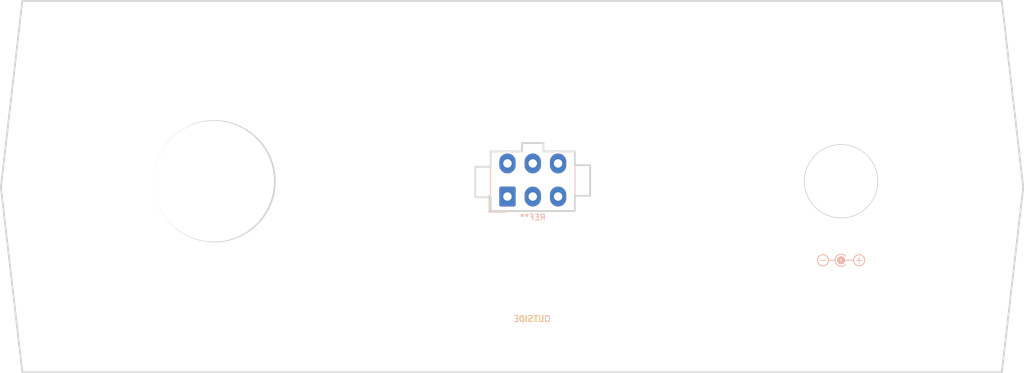
<source format=kicad_pcb>
(kicad_pcb (version 20171130) (host pcbnew 5.1.5-52549c5~86~ubuntu18.04.1)

  (general
    (thickness 1.6)
    (drawings 32)
    (tracks 0)
    (zones 0)
    (modules 4)
    (nets 1)
  )

  (page A4 portrait)
  (layers
    (0 F.Cu signal)
    (31 B.Cu signal)
    (32 B.Adhes user)
    (33 F.Adhes user)
    (34 B.Paste user)
    (35 F.Paste user)
    (36 B.SilkS user)
    (37 F.SilkS user)
    (38 B.Mask user)
    (39 F.Mask user)
    (40 Dwgs.User user)
    (41 Cmts.User user)
    (42 Eco1.User user)
    (43 Eco2.User user)
    (44 Edge.Cuts user)
    (45 Margin user)
    (46 B.CrtYd user)
    (47 F.CrtYd user)
    (48 B.Fab user hide)
    (49 F.Fab user hide)
  )

  (setup
    (last_trace_width 0.25)
    (trace_clearance 0.2)
    (zone_clearance 0.508)
    (zone_45_only no)
    (trace_min 0.2)
    (via_size 0.8)
    (via_drill 0.4)
    (via_min_size 0.4)
    (via_min_drill 0.3)
    (uvia_size 0.3)
    (uvia_drill 0.1)
    (uvias_allowed no)
    (uvia_min_size 0.2)
    (uvia_min_drill 0.1)
    (edge_width 0.05)
    (segment_width 0.2)
    (pcb_text_width 0.3)
    (pcb_text_size 1.5 1.5)
    (mod_edge_width 0.12)
    (mod_text_size 1 1)
    (mod_text_width 0.15)
    (pad_size 12 12)
    (pad_drill 12)
    (pad_to_mask_clearance 0.051)
    (solder_mask_min_width 0.25)
    (aux_axis_origin 0 0)
    (visible_elements FFFFFF7F)
    (pcbplotparams
      (layerselection 0x01000_7ffffffe)
      (usegerberextensions false)
      (usegerberattributes false)
      (usegerberadvancedattributes false)
      (creategerberjobfile false)
      (excludeedgelayer true)
      (linewidth 0.100000)
      (plotframeref false)
      (viasonmask false)
      (mode 1)
      (useauxorigin false)
      (hpglpennumber 1)
      (hpglpenspeed 20)
      (hpglpendiameter 15.000000)
      (psnegative false)
      (psa4output false)
      (plotreference true)
      (plotvalue true)
      (plotinvisibletext false)
      (padsonsilk false)
      (subtractmaskfromsilk false)
      (outputformat 5)
      (mirror false)
      (drillshape 2)
      (scaleselection 1)
      (outputdirectory ""))
  )

  (net 0 "")

  (net_class Default "This is the default net class."
    (clearance 0.2)
    (trace_width 0.25)
    (via_dia 0.8)
    (via_drill 0.4)
    (uvia_dia 0.3)
    (uvia_drill 0.1)
  )

  (module MountingHole:MountingHole_8.4mm_M8 (layer B.Cu) (tedit 5ED42119) (tstamp 5ED453AC)
    (at 160.02 101.6)
    (descr "Mounting Hole 8.4mm, no annular, M8")
    (tags "mounting hole 8.4mm no annular m8")
    (attr virtual)
    (fp_text reference REF** (at 0 9.4) (layer B.SilkS) hide
      (effects (font (size 1 1) (thickness 0.15)) (justify mirror))
    )
    (fp_text value MountingHole_8.4mm_M8 (at 0 -9.4) (layer B.Fab)
      (effects (font (size 1 1) (thickness 0.15)) (justify mirror))
    )
    (fp_circle (center 0 0) (end 8.65 0) (layer B.CrtYd) (width 0.05))
    (fp_circle (center 0 0) (end 8.4 0) (layer Cmts.User) (width 0.15))
    (fp_text user %R (at 0.3 0) (layer B.Fab)
      (effects (font (size 1 1) (thickness 0.15)) (justify mirror))
    )
    (pad "" np_thru_hole circle (at 0 0) (size 12 12) (drill 12) (layers *.Cu *.Mask))
    (model ${KIPRJMOD}/datasheets/dc-jack_5.5x2.1.stp
      (offset (xyz 13 0 -7))
      (scale (xyz 1 1 1))
      (rotate (xyz 70 -152 -25))
    )
  )

  (module MountingHole:MountingHole_8.4mm_M8 (layer B.Cu) (tedit 5ED420B5) (tstamp 5ED4534C)
    (at 55.88 101.6)
    (descr "Mounting Hole 8.4mm, no annular, M8")
    (tags "mounting hole 8.4mm no annular m8")
    (attr virtual)
    (fp_text reference REF** (at 0 15.24) (layer B.SilkS) hide
      (effects (font (size 1 1) (thickness 0.15)) (justify mirror))
    )
    (fp_text value MountingHole_8.4mm_M8 (at 0 -9.4) (layer B.Fab)
      (effects (font (size 1 1) (thickness 0.15)) (justify mirror))
    )
    (fp_circle (center 0 0) (end 8.65 0) (layer B.CrtYd) (width 0.05))
    (fp_circle (center 0 0) (end 8.4 0) (layer Cmts.User) (width 0.15))
    (fp_text user %R (at 0.3 0) (layer B.Fab)
      (effects (font (size 1 1) (thickness 0.15)) (justify mirror))
    )
    (pad "" np_thru_hole circle (at 0 0) (size 20 20) (drill 20) (layers *.Cu *.Mask))
    (model "${KIPRJMOD}/datasheets/19645_Wippschalter 1-polig  250V 12A.STEP"
      (offset (xyz 0 0 -12.5))
      (scale (xyz 1 1 1))
      (rotate (xyz -90 0 0))
    )
  )

  (module Symbol:Symbol_Barrel_Polarity (layer B.Cu) (tedit 5765E9A7) (tstamp 5ED437C3)
    (at 160.02 114.808)
    (descr "Barrel connector polarity indicator")
    (tags "barrel polarity")
    (attr virtual)
    (fp_text reference REF** (at 0 2) (layer B.SilkS) hide
      (effects (font (size 1 1) (thickness 0.15)) (justify mirror))
    )
    (fp_text value Symbol_Barrel_Polarity (at 0 -2) (layer B.Fab)
      (effects (font (size 1 1) (thickness 0.15)) (justify mirror))
    )
    (fp_arc (start 0 -0.075) (end 0.75 -0.75) (angle -270) (layer B.SilkS) (width 0.15))
    (fp_circle (center 0 -0.075) (end 0 -0.25) (layer B.SilkS) (width 0.5))
    (fp_circle (center 3 -0.075) (end 3 -1) (layer B.SilkS) (width 0.15))
    (fp_circle (center -3 -0.075) (end -3 -1) (layer B.SilkS) (width 0.15))
    (fp_line (start -2 -0.075) (end -1.1 -0.075) (layer B.SilkS) (width 0.15))
    (fp_line (start 0 -0.075) (end 2 -0.075) (layer B.SilkS) (width 0.15))
  )

  (module Connector_Molex:Molex_Mini-Fit_Jr_5566-06A_2x03_P4.20mm_Vertical (layer B.Cu) (tedit 5B781992) (tstamp 5ED42E71)
    (at 104.648 104.14)
    (descr "Molex Mini-Fit Jr. Power Connectors, old mpn/engineering number: 5566-06A, example for new mpn: 39-28-x06x, 3 Pins per row, Mounting:  (http://www.molex.com/pdm_docs/sd/039281043_sd.pdf), generated with kicad-footprint-generator")
    (tags "connector Molex Mini-Fit_Jr side entry")
    (fp_text reference REF** (at 4.2 3.45) (layer B.SilkS)
      (effects (font (size 1 1) (thickness 0.15)) (justify mirror))
    )
    (fp_text value Molex_Mini-Fit_Jr_5566-06A_2x03_P4.20mm_Vertical (at 4.2 -9.95) (layer B.Fab)
      (effects (font (size 1 1) (thickness 0.15)) (justify mirror))
    )
    (fp_text user %R (at 4.2 1.55) (layer B.Fab)
      (effects (font (size 1 1) (thickness 0.15)) (justify mirror))
    )
    (fp_line (start 11.6 2.75) (end -3.2 2.75) (layer B.CrtYd) (width 0.05))
    (fp_line (start 11.6 -9.25) (end 11.6 2.75) (layer B.CrtYd) (width 0.05))
    (fp_line (start -3.2 -9.25) (end 11.6 -9.25) (layer B.CrtYd) (width 0.05))
    (fp_line (start -3.2 2.75) (end -3.2 -9.25) (layer B.CrtYd) (width 0.05))
    (fp_line (start -3.05 2.6) (end -3.05 -0.25) (layer B.Fab) (width 0.1))
    (fp_line (start -0.2 2.6) (end -3.05 2.6) (layer B.Fab) (width 0.1))
    (fp_line (start -3.05 2.6) (end -3.05 -0.25) (layer B.SilkS) (width 0.12))
    (fp_line (start -0.2 2.6) (end -3.05 2.6) (layer B.SilkS) (width 0.12))
    (fp_line (start 6.01 -8.86) (end 4.2 -8.86) (layer B.SilkS) (width 0.12))
    (fp_line (start 6.01 -7.46) (end 6.01 -8.86) (layer B.SilkS) (width 0.12))
    (fp_line (start 11.21 -7.46) (end 6.01 -7.46) (layer B.SilkS) (width 0.12))
    (fp_line (start 11.21 2.36) (end 11.21 -7.46) (layer B.SilkS) (width 0.12))
    (fp_line (start 4.2 2.36) (end 11.21 2.36) (layer B.SilkS) (width 0.12))
    (fp_line (start 2.39 -8.86) (end 4.2 -8.86) (layer B.SilkS) (width 0.12))
    (fp_line (start 2.39 -7.46) (end 2.39 -8.86) (layer B.SilkS) (width 0.12))
    (fp_line (start -2.81 -7.46) (end 2.39 -7.46) (layer B.SilkS) (width 0.12))
    (fp_line (start -2.81 2.36) (end -2.81 -7.46) (layer B.SilkS) (width 0.12))
    (fp_line (start 4.2 2.36) (end -2.81 2.36) (layer B.SilkS) (width 0.12))
    (fp_line (start 10.05 -2.3) (end 6.75 -2.3) (layer B.Fab) (width 0.1))
    (fp_line (start 10.05 0.175) (end 10.05 -2.3) (layer B.Fab) (width 0.1))
    (fp_line (start 9.225 1) (end 10.05 0.175) (layer B.Fab) (width 0.1))
    (fp_line (start 7.575 1) (end 9.225 1) (layer B.Fab) (width 0.1))
    (fp_line (start 6.75 0.175) (end 7.575 1) (layer B.Fab) (width 0.1))
    (fp_line (start 6.75 -2.3) (end 6.75 0.175) (layer B.Fab) (width 0.1))
    (fp_line (start 10.05 -3.2) (end 6.75 -3.2) (layer B.Fab) (width 0.1))
    (fp_line (start 10.05 -6.5) (end 10.05 -3.2) (layer B.Fab) (width 0.1))
    (fp_line (start 6.75 -6.5) (end 10.05 -6.5) (layer B.Fab) (width 0.1))
    (fp_line (start 6.75 -3.2) (end 6.75 -6.5) (layer B.Fab) (width 0.1))
    (fp_line (start 5.85 -2.3) (end 2.55 -2.3) (layer B.Fab) (width 0.1))
    (fp_line (start 5.85 0.175) (end 5.85 -2.3) (layer B.Fab) (width 0.1))
    (fp_line (start 5.025 1) (end 5.85 0.175) (layer B.Fab) (width 0.1))
    (fp_line (start 3.375 1) (end 5.025 1) (layer B.Fab) (width 0.1))
    (fp_line (start 2.55 0.175) (end 3.375 1) (layer B.Fab) (width 0.1))
    (fp_line (start 2.55 -2.3) (end 2.55 0.175) (layer B.Fab) (width 0.1))
    (fp_line (start 5.85 -3.2) (end 2.55 -3.2) (layer B.Fab) (width 0.1))
    (fp_line (start 5.85 -6.5) (end 5.85 -3.2) (layer B.Fab) (width 0.1))
    (fp_line (start 2.55 -6.5) (end 5.85 -6.5) (layer B.Fab) (width 0.1))
    (fp_line (start 2.55 -3.2) (end 2.55 -6.5) (layer B.Fab) (width 0.1))
    (fp_line (start 1.65 -6.5) (end -1.65 -6.5) (layer B.Fab) (width 0.1))
    (fp_line (start 1.65 -4.025) (end 1.65 -6.5) (layer B.Fab) (width 0.1))
    (fp_line (start 0.825 -3.2) (end 1.65 -4.025) (layer B.Fab) (width 0.1))
    (fp_line (start -0.825 -3.2) (end 0.825 -3.2) (layer B.Fab) (width 0.1))
    (fp_line (start -1.65 -4.025) (end -0.825 -3.2) (layer B.Fab) (width 0.1))
    (fp_line (start -1.65 -6.5) (end -1.65 -4.025) (layer B.Fab) (width 0.1))
    (fp_line (start 1.65 1) (end -1.65 1) (layer B.Fab) (width 0.1))
    (fp_line (start 1.65 -2.3) (end 1.65 1) (layer B.Fab) (width 0.1))
    (fp_line (start -1.65 -2.3) (end 1.65 -2.3) (layer B.Fab) (width 0.1))
    (fp_line (start -1.65 1) (end -1.65 -2.3) (layer B.Fab) (width 0.1))
    (fp_line (start 5.9 -8.75) (end 5.9 -7.35) (layer B.Fab) (width 0.1))
    (fp_line (start 2.5 -8.75) (end 5.9 -8.75) (layer B.Fab) (width 0.1))
    (fp_line (start 2.5 -7.35) (end 2.5 -8.75) (layer B.Fab) (width 0.1))
    (fp_line (start 11.1 2.25) (end -2.7 2.25) (layer B.Fab) (width 0.1))
    (fp_line (start 11.1 -7.35) (end 11.1 2.25) (layer B.Fab) (width 0.1))
    (fp_line (start -2.7 -7.35) (end 11.1 -7.35) (layer B.Fab) (width 0.1))
    (fp_line (start -2.7 2.25) (end -2.7 -7.35) (layer B.Fab) (width 0.1))
    (pad 6 thru_hole oval (at 8.4 -5.5) (size 2.7 3.3) (drill 1.4) (layers *.Cu *.Mask))
    (pad 5 thru_hole oval (at 4.2 -5.5) (size 2.7 3.3) (drill 1.4) (layers *.Cu *.Mask))
    (pad 4 thru_hole oval (at 0 -5.5) (size 2.7 3.3) (drill 1.4) (layers *.Cu *.Mask))
    (pad 3 thru_hole oval (at 8.4 0) (size 2.7 3.3) (drill 1.4) (layers *.Cu *.Mask))
    (pad 2 thru_hole oval (at 4.2 0) (size 2.7 3.3) (drill 1.4) (layers *.Cu *.Mask))
    (pad 1 thru_hole roundrect (at 0 0) (size 2.7 3.3) (drill 1.4) (layers *.Cu *.Mask) (roundrect_rratio 0.09259299999999999))
    (model ${KIPRJMOD}/datasheets/39012061.stp
      (offset (xyz 4 3 10.5))
      (scale (xyz 1 1 1))
      (rotate (xyz 0 0 180))
    )
  )

  (gr_circle (center 160.02 101.6) (end 166.02 101.6) (layer Edge.Cuts) (width 0.3))
  (gr_circle (center 56.04 101.6) (end 66.04 101.6) (layer Edge.Cuts) (width 0.3))
  (gr_line (start 156.464 114.7572) (end 157.48 114.7572) (layer B.SilkS) (width 0.12))
  (gr_line (start 163.5252 114.7572) (end 162.5092 114.7572) (layer B.SilkS) (width 0.12))
  (gr_line (start 163.0172 114.2492) (end 163.0172 115.2652) (layer B.SilkS) (width 0.12))
  (gr_text OUTSIDE (at 108.712 124.46) (layer B.SilkS)
    (effects (font (size 1 1) (thickness 0.15)) (justify mirror))
  )
  (gr_text INSIDE (at 108.712 124.46) (layer F.SilkS)
    (effects (font (size 1 1) (thickness 0.15)))
  )
  (gr_text "Mini-Fit Jr. Plug Housing\nDual Row, 6 Circuits with Panel Mounting Ears\n0039012061" (at 109.22 88.9) (layer Dwgs.User)
    (effects (font (size 1 1) (thickness 0.15)))
  )
  (gr_text "DC 2.1mm Barrel Power Socket\n12mm Diameter" (at 160.02 86.36) (layer Dwgs.User)
    (effects (font (size 1 1) (thickness 0.15)))
  )
  (gr_text "Circular Rocker Switch SPST\n20mm Diameter" (at 55.88 85.09) (layer Dwgs.User)
    (effects (font (size 1 1) (thickness 0.15)))
  )
  (gr_line (start 107.061 95.25) (end 107.061 96.647) (layer Edge.Cuts) (width 0.3) (tstamp 5ED43012))
  (gr_line (start 110.617 95.25) (end 107.061 95.25) (layer Edge.Cuts) (width 0.3))
  (gr_line (start 110.617 96.647) (end 110.617 95.25) (layer Edge.Cuts) (width 0.3))
  (gr_line (start 115.824 96.647) (end 110.617 96.647) (layer Edge.Cuts) (width 0.3))
  (gr_line (start 115.824 98.933) (end 115.824 96.647) (layer Edge.Cuts) (width 0.3))
  (gr_line (start 118.364 98.933) (end 115.824 98.933) (layer Edge.Cuts) (width 0.3))
  (gr_line (start 118.364 104.013) (end 118.364 98.933) (layer Edge.Cuts) (width 0.3))
  (gr_line (start 115.824 104.013) (end 118.364 104.013) (layer Edge.Cuts) (width 0.3))
  (gr_line (start 115.824 106.553) (end 115.824 104.013) (layer Edge.Cuts) (width 0.3))
  (gr_line (start 101.854 106.553) (end 115.824 106.553) (layer Edge.Cuts) (width 0.3))
  (gr_line (start 101.854 104.267) (end 101.854 106.553) (layer Edge.Cuts) (width 0.3))
  (gr_line (start 99.314 104.267) (end 101.854 104.267) (layer Edge.Cuts) (width 0.3))
  (gr_line (start 99.314 99.187) (end 99.314 104.267) (layer Edge.Cuts) (width 0.3))
  (gr_line (start 101.854 99.187) (end 99.314 99.187) (layer Edge.Cuts) (width 0.3))
  (gr_line (start 101.854 96.647) (end 101.854 99.187) (layer Edge.Cuts) (width 0.3))
  (gr_line (start 107.061 96.647) (end 101.854 96.647) (layer Edge.Cuts) (width 0.3))
  (gr_line (start 190.246 102.616) (end 186.69 133.35) (layer Edge.Cuts) (width 0.3) (tstamp 5ED2D654))
  (gr_line (start 190.246 102.616) (end 186.69 71.628) (layer Edge.Cuts) (width 0.3) (tstamp 5ED2D652))
  (gr_line (start 20.574 102.616) (end 24.13 133.35) (layer Edge.Cuts) (width 0.3) (tstamp 5ED2D641))
  (gr_line (start 20.574 102.616) (end 24.13 71.628) (layer Edge.Cuts) (width 0.3) (tstamp 5ED2D639))
  (gr_line (start 24.13 71.628) (end 186.69 71.628) (layer Edge.Cuts) (width 0.3))
  (gr_line (start 186.69 133.35) (end 24.13 133.35) (layer Edge.Cuts) (width 0.3))

)

</source>
